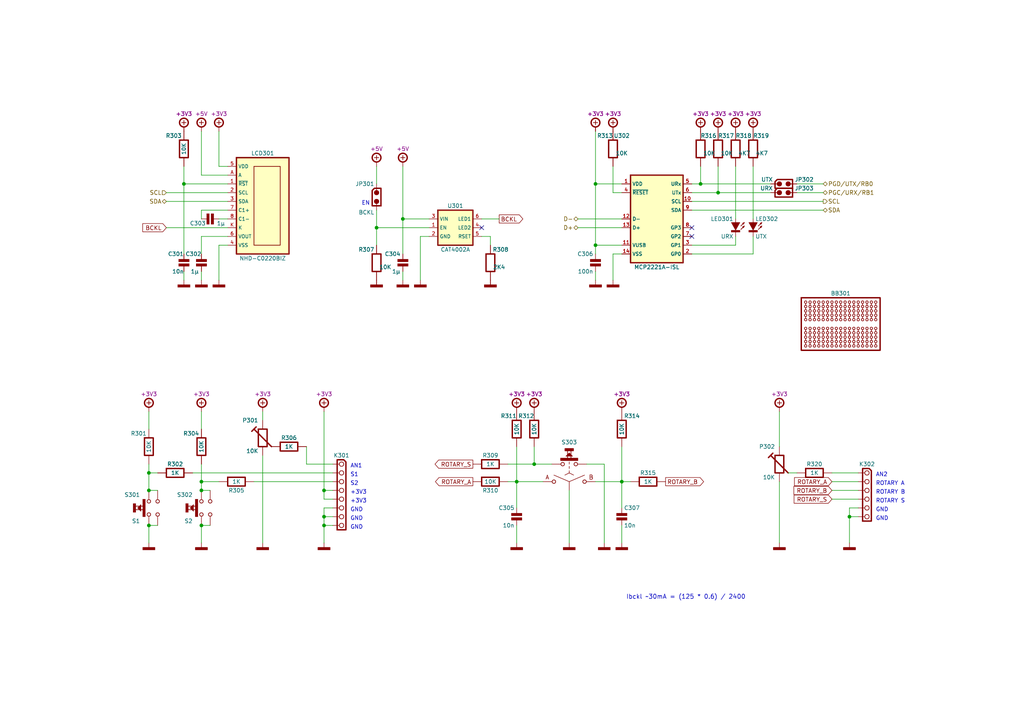
<source format=kicad_sch>
(kicad_sch (version 20211123) (generator eeschema)
  (paper "A4")
  (title_block (title "HID") (date "01/2022") (rev "A") (comment 1 "PIC16-Bit Mini Trainer"))
  (lib_symbols
    (symbol "tronixio:BOURNS-PEC12R-24DENTS-SWITCH" (pin_numbers hide) (pin_names (offset 0) hide)
      (property "Reference" "S" (at 0 13.97 0))
      (property "Value" "BOURNS-PEC12R-24DENTS-SWITCH" (at 0 11.43 0))
      (symbol "BOURNS-PEC12R-24DENTS-SWITCH_0_0"
        (text "A" (at -6.35 1.27 0) (effects (font (size 1.15 1.15))))
        (text "B" (at 6.35 1.27 0) (effects (font (size 1.27 1.27))))
      )
      (symbol "BOURNS-PEC12R-24DENTS-SWITCH_0_1"
        (pin passive line (at -7.62 0 0) (length 2.54) (name "A") (number "1"))
        (pin passive line (at 0 -2.54 90) (length 2.54) (name "~") (number "2"))
        (pin passive line (at 7.62 0 180) (length 2.54) (name "B") (number "3"))
        (pin passive line (at 5.08 5.08 180) (length 2.54) (name "~") (number "4"))
        (pin passive line (at -5.08 5.08 0) (length 2.54) (name "~") (number "5"))
      )
    )
    (symbol "tronixio:BREADBOARD-170" (pin_numbers hide) (pin_names (offset 0) hide)
      (property "Reference" "BB" (at 0 8.89 0))
    )
    (symbol "tronixio:CAPACITOR-1206-100N" (pin_numbers hide) (pin_names (offset 0) hide)
      (property "Reference" "C" (at 1.27 2.54 0))
      (property "Value" "CAPACITOR-1206-100N" (at 1.27 -2.54 0))
      (symbol "CAPACITOR-1206-100N_1_1"
        (pin passive line (at 0 2.54 270) (length 1.905) (name "~") (number "1"))
        (pin passive line (at 0 -2.54 90) (length 1.905) (name "~") (number "2"))
      )
    )
    (symbol "tronixio:CAPACITOR-1206-10N" (pin_numbers hide) (pin_names (offset 0) hide)
      (property "Reference" "C" (at 1.27 2.54 0))
      (property "Value" "CAPACITOR-1206-10N" (at 1.27 -2.54 0))
      (symbol "CAPACITOR-1206-10N_1_1"
        (pin passive line (at 0 2.54 270) (length 1.905) (name "~") (number "1"))
        (pin passive line (at 0 -2.54 90) (length 1.905) (name "~") (number "2"))
      )
    )
    (symbol "tronixio:CAPACITOR-1206-1U" (pin_numbers hide) (pin_names (offset 0) hide)
      (property "Reference" "C" (at 1.27 2.54 0))
      (property "Value" "CAPACITOR-1206-1U" (at 1.27 -2.54 0))
      (symbol "CAPACITOR-1206-1U_1_1"
        (pin passive line (at 0 2.54 270) (length 1.905) (name "~") (number "1"))
        (pin passive line (at 0 -2.54 90) (length 1.905) (name "~") (number "2"))
      )
    )
    (symbol "tronixio:CK-KSA" (pin_numbers hide) (pin_names (offset 0) hide)
      (property "Reference" "S" (at 0 8.89 0))
      (property "Value" "CK-KSA" (at 0 6.35 0))
      (symbol "CK-KSA_0_1"
        (pin passive line (at -5.08 0 0) (length 2.54) (name "1") (number "1"))
        (pin passive line (at -5.08 -2.54 0) (length 2.54) (name "2") (number "2"))
        (pin passive line (at 5.08 0 180) (length 2.54) (name "3") (number "3"))
        (pin passive line (at 5.08 -2.54 180) (length 2.54) (name "4") (number "4"))
      )
    )
    (symbol "tronixio:HARWIN-254-F-1X06-VERTICAL" (pin_numbers hide) (pin_names (offset 0) hide)
      (property "Reference" "K" (at 0 2.54 0))
      (property "Value" "HARWIN-254-F-1X06-VERTICAL" (at 0 -15.24 0))
      (symbol "HARWIN-254-F-1X06-VERTICAL_1_1"
        (pin passive line (at -2.54 0 0) (length 1.905) (name "1") (number "1"))
        (pin passive line (at -2.54 -2.54 0) (length 1.905) (name "2") (number "2"))
        (pin passive line (at -2.54 -5.08 0) (length 1.905) (name "3") (number "3"))
        (pin passive line (at -2.54 -7.62 0) (length 1.905) (name "4") (number "4"))
        (pin passive line (at -2.54 -10.16 0) (length 1.905) (name "5") (number "5"))
        (pin passive line (at -2.54 -12.7 0) (length 1.905) (name "6") (number "6"))
      )
    )
    (symbol "tronixio:HARWIN-254-F-1X08-VERTICAL" (pin_numbers hide) (pin_names (offset 0) hide)
      (property "Reference" "K" (at 0 2.54 0))
      (property "Value" "HARWIN-254-F-1X08-VERTICAL" (at 0 -20.32 0))
      (symbol "HARWIN-254-F-1X08-VERTICAL_1_1"
        (pin passive line (at -2.54 0 0) (length 1.905) (name "Pin_1") (number "1"))
        (pin passive line (at -2.54 -2.54 0) (length 1.905) (name "Pin_2") (number "2"))
        (pin passive line (at -2.54 -5.08 0) (length 1.905) (name "Pin_3") (number "3"))
        (pin passive line (at -2.54 -7.62 0) (length 1.905) (name "Pin_4") (number "4"))
        (pin passive line (at -2.54 -10.16 0) (length 1.905) (name "Pin_5") (number "5"))
        (pin passive line (at -2.54 -12.7 0) (length 1.905) (name "Pin_6") (number "6"))
        (pin passive line (at -2.54 -15.24 0) (length 1.905) (name "Pin_7") (number "7"))
        (pin passive line (at -2.54 -17.78 0) (length 1.905) (name "Pin_8") (number "8"))
      )
    )
    (symbol "tronixio:HARWIN-254-M-1X02-JUMPER-VERTICAL" (pin_numbers hide) (pin_names (offset 0) hide)
      (property "Reference" "JP" (at 2.54 0 0))
      (property "Value" "HARWIN-254-M-1X02-JUMPER-VERTICAL" (at 2.54 -2.54 0))
      (symbol "HARWIN-254-M-1X02-JUMPER-VERTICAL_1_1"
        (pin passive line (at 0 2.54 270) (length 1.905) (name "1") (number "1"))
        (pin passive line (at 0 -5.08 90) (length 1.905) (name "2") (number "2"))
      )
    )
    (symbol "tronixio:KINGBRIGHT-LED-1206-BLUE" (pin_numbers hide) (pin_names (offset 0) hide)
      (property "Reference" "LED" (at 0 -2.54 0))
      (property "Value" "KINGBRIGHT-LED-1206-BLUE" (at 0 -5.08 0))
      (symbol "KINGBRIGHT-LED-1206-BLUE_1_1"
        (pin passive line (at -2.54 0 0) (length 1.27) (name "K") (number "1"))
        (pin passive line (at 2.54 0 180) (length 1.27) (name "A") (number "2"))
      )
    )
    (symbol "tronixio:MICROCHIP-MCP2221A-ISL" (pin_names (offset 0.5))
      (property "Reference" "U" (at 10.16 3.81 0))
      (property "Value" "MICROCHIP-MCP2221A-ISL" (at 10.16 -24.13 0))
      (symbol "MICROCHIP-MCP2221A-ISL_1_1"
        (pin power_in line (at 0 0 0) (length 2.54) (name "VDD") (number "1"))
        (pin bidirectional line (at 20.32 -5.08 180) (length 2.54) (name "SCL") (number "10"))
        (pin passive line (at 0 -17.78 0) (length 2.54) (name "VUSB") (number "11"))
        (pin bidirectional line (at 0 -10.16 0) (length 2.54) (name "D-") (number "12"))
        (pin bidirectional line (at 0 -12.7 0) (length 2.54) (name "D+") (number "13"))
        (pin power_in line (at 0 -20.32 0) (length 2.54) (name "VSS") (number "14"))
        (pin bidirectional line (at 20.32 -20.32 180) (length 2.54) (name "GP0") (number "2"))
        (pin bidirectional line (at 20.32 -17.78 180) (length 2.54) (name "GP1") (number "3"))
        (pin input line (at 0 -2.54 0) (length 2.54) (name "~{RESET}") (number "4"))
        (pin input line (at 20.32 0 180) (length 2.54) (name "URx") (number "5"))
        (pin output line (at 20.32 -2.54 180) (length 2.54) (name "UTx") (number "6"))
        (pin bidirectional line (at 20.32 -15.24 180) (length 2.54) (name "GP2") (number "7"))
        (pin bidirectional line (at 20.32 -12.7 180) (length 2.54) (name "GP3") (number "8"))
        (pin bidirectional line (at 20.32 -7.62 180) (length 2.54) (name "SDA") (number "9"))
      )
    )
    (symbol "tronixio:NHD-C0220BIZ" (pin_names (offset 0.5))
      (property "Reference" "LCD" (at 10.16 3.81 0))
      (property "Value" "NHD-C0220BIZ" (at 10.16 -26.67 0))
      (symbol "NHD-C0220BIZ_1_1"
        (pin input line (at 0 -5.08 0) (length 2.54) (name "~{RST}") (number "1"))
        (pin input line (at 0 -7.62 0) (length 2.54) (name "SCL") (number "2"))
        (pin bidirectional line (at 0 -10.16 0) (length 2.54) (name "SDA") (number "3"))
        (pin power_in line (at 0 -22.86 0) (length 2.54) (name "VSS") (number "4"))
        (pin power_in line (at 0 0 0) (length 2.54) (name "VDD") (number "5"))
        (pin passive line (at 0 -20.32 0) (length 2.54) (name "VOUT") (number "6"))
        (pin passive line (at 0 -12.7 0) (length 2.54) (name "C1+") (number "7"))
        (pin passive line (at 0 -15.24 0) (length 2.54) (name "C1-") (number "8"))
        (pin passive line (at 0 -2.54 0) (length 2.54) (name "A") (number "A"))
        (pin passive line (at 0 -17.78 0) (length 2.54) (name "K") (number "K"))
      )
    )
    (symbol "tronixio:ONSEMI-CAT4002A-SOT-23" (pin_names (offset 0.5))
      (property "Reference" "U" (at 0 6.35 0))
      (property "Value" "ONSEMI-CAT4002A-SOT-23" (at 0 -6.35 0))
      (symbol "ONSEMI-CAT4002A-SOT-23_1_1"
        (pin input line (at -7.62 0 0) (length 2.54) (name "EN") (number "1"))
        (pin power_in line (at -7.62 -2.54 0) (length 2.54) (name "GND") (number "2"))
        (pin power_in line (at -7.62 2.54 0) (length 2.54) (name "VIN") (number "3"))
        (pin output line (at 7.62 0 180) (length 2.54) (name "LED2") (number "4"))
        (pin passive line (at 7.62 -2.54 180) (length 2.54) (name "RSET") (number "5"))
        (pin output line (at 7.62 2.54 180) (length 2.54) (name "LED1") (number "6"))
      )
    )
    (symbol "tronixio:PIHER-PT10MV-10K" (pin_numbers hide) (pin_names (offset 0) hide)
      (property "Reference" "P" (at 1.27 3.81 0))
      (property "Value" "PIHER-PT10MV-10K" (at 1.27 -5.08 0))
      (symbol "PIHER-PT10MV-10K_1_1"
        (pin passive line (at 0 -5.08 90) (length 2.54) (name "~") (number "1"))
        (pin passive line (at 2.54 -2.54 180) (length 0) (name "~") (number "2"))
        (pin passive line (at 0 5.08 270) (length 2.54) (name "~") (number "3"))
      )
    )
    (symbol "tronixio:POWER-+3V3" (power) (pin_numbers hide) (pin_names (offset 0) hide)
      (property "Name" "+3V3" (at 0 5.08 0))
      (symbol "POWER-+3V3_1_1"
        (pin power_in line (at 0 0 90) (length 1.27) (name "+3V3") (number "1"))
      )
    )
    (symbol "tronixio:POWER-+5V" (power) (pin_numbers hide) (pin_names (offset 0) hide)
      (property "Name" "+5V" (at 0 5.08 0))
      (symbol "POWER-+5V_1_1"
        (pin power_in line (at 0 0 90) (length 1.27) (name "+5V") (number "1"))
      )
    )
    (symbol "tronixio:POWER-GND" (power) (pin_numbers hide) (pin_names (offset 0) hide)
      (symbol "POWER-GND_1_1"
        (pin power_in line (at 0 0 270) (length 1.27) (name "GND") (number "1"))
      )
    )
    (symbol "tronixio:RESISTOR-1206-10K" (pin_numbers hide) (pin_names (offset 0) hide)
      (property "Reference" "R" (at 2.54 1.27 0))
      (property "Value" "RESISTOR-1206-10K" (at 2.54 -1.27 0))
      (symbol "RESISTOR-1206-10K_1_1"
        (pin passive line (at 0 5.08 270) (length 2.54) (name "~") (number "1"))
        (pin passive line (at 0 -5.08 90) (length 2.54) (name "~") (number "2"))
      )
    )
    (symbol "tronixio:RESISTOR-1206-1K" (pin_numbers hide) (pin_names (offset 0) hide)
      (property "Reference" "R" (at 2.54 1.27 0))
      (property "Value" "RESISTOR-1206-1K" (at 2.54 -1.27 0))
      (symbol "RESISTOR-1206-1K_1_1"
        (pin passive line (at 0 5.08 270) (length 2.54) (name "~") (number "1"))
        (pin passive line (at 0 -5.08 90) (length 2.54) (name "~") (number "2"))
      )
    )
    (symbol "tronixio:RESISTOR-1206-2K4" (pin_numbers hide) (pin_names (offset 0) hide)
      (property "Reference" "R" (at 2.54 1.27 0))
      (property "Value" "RESISTOR-1206-2K4" (at 2.54 -1.27 0))
      (symbol "RESISTOR-1206-2K4_1_1"
        (pin passive line (at 0 5.08 270) (length 2.54) (name "~") (number "1"))
        (pin passive line (at 0 -5.08 90) (length 2.54) (name "~") (number "2"))
      )
    )
    (symbol "tronixio:RESISTOR-1206-4K7" (pin_numbers hide) (pin_names (offset 0) hide)
      (property "Reference" "R" (at 2.54 1.27 0))
      (property "Value" "RESISTOR-1206-4K7" (at 2.54 -1.27 0))
      (symbol "RESISTOR-1206-4K7_1_1"
        (pin passive line (at 0 5.08 270) (length 2.54) (name "~") (number "1"))
        (pin passive line (at 0 -5.08 90) (length 2.54) (name "~") (number "2"))
      )
    )
  )
  (junction (at 149.86 139.7) (diameter 0.9144))
  (junction (at 43.18 142.24))
  (junction (at 109.22 66.04))
  (junction (at 43.18 137.16) (diameter 0.9144))
  (junction (at 93.98 152.4))
  (junction (at 58.42 152.4))
  (junction (at 172.72 71.12))
  (junction (at 93.98 142.24))
  (junction (at 172.72 53.34) (diameter 0.9144))
  (junction (at 43.18 152.4))
  (junction (at 53.34 53.34) (diameter 0.9144))
  (junction (at 246.38 149.86) (diameter 0.9144))
  (junction (at 203.2 53.34))
  (junction (at 93.98 149.86))
  (junction (at 154.94 134.62) (diameter 0.9144))
  (junction (at 58.42 142.24))
  (junction (at 208.28 55.88))
  (junction (at 58.42 139.7) (diameter 0.9144))
  (junction (at 180.34 139.7) (diameter 0.9144))
  (junction (at 116.84 63.5))
  (no_connect (at 200.66 68.58))
  (no_connect (at 139.7 66.04))
  (no_connect (at 200.66 66.04))
  (wire (pts (xy 43.18 119.38) (xy 43.18 124.46)))
  (wire (pts (xy 43.18 152.4) (xy 43.18 157.48)))
  (wire (pts (xy 200.66 55.88) (xy 208.28 55.88)))
  (wire (pts (xy 208.28 55.88) (xy 223.52 55.88)))
  (wire (pts (xy 170.18 134.62) (xy 175.26 134.62)))
  (wire (pts (xy 175.26 134.62) (xy 175.26 157.48)))
  (wire (pts (xy 167.64 66.04) (xy 180.34 66.04)))
  (wire (pts (xy 177.8 55.88) (xy 177.8 48.26)))
  (wire (pts (xy 93.98 147.32) (xy 96.52 147.32)))
  (wire (pts (xy 58.42 119.38) (xy 58.42 124.46)))
  (wire (pts (xy 231.14 53.34) (xy 238.76 53.34)))
  (wire (pts (xy 58.42 78.74) (xy 58.42 81.28)))
  (wire (pts (xy 177.8 73.66) (xy 177.8 81.28)))
  (wire (pts (xy 58.42 60.96) (xy 58.42 63.5)))
  (wire (pts (xy 48.26 55.88) (xy 66.04 55.88)))
  (wire (pts (xy 121.92 68.58) (xy 121.92 81.28)))
  (wire (pts (xy 124.46 68.58) (xy 121.92 68.58)))
  (wire (pts (xy 203.2 48.26) (xy 203.2 53.34)))
  (wire (pts (xy 58.42 152.4) (xy 60.96 152.4)))
  (wire (pts (xy 96.52 134.62) (xy 88.9 134.62)))
  (wire (pts (xy 76.2 119.38) (xy 76.2 121.92)))
  (wire (pts (xy 147.32 139.7) (xy 149.86 139.7)))
  (wire (pts (xy 149.86 139.7) (xy 149.86 129.54)))
  (wire (pts (xy 241.3 144.78) (xy 248.92 144.78)))
  (wire (pts (xy 109.22 66.04) (xy 109.22 60.96)))
  (wire (pts (xy 124.46 66.04) (xy 109.22 66.04)))
  (wire (pts (xy 58.42 68.58) (xy 58.42 73.66)))
  (wire (pts (xy 58.42 68.58) (xy 66.04 68.58)))
  (wire (pts (xy 109.22 66.04) (xy 109.22 71.12)))
  (wire (pts (xy 43.18 134.62) (xy 43.18 137.16)))
  (wire (pts (xy 43.18 137.16) (xy 43.18 142.24)))
  (wire (pts (xy 139.7 68.58) (xy 142.24 68.58)))
  (wire (pts (xy 142.24 68.58) (xy 142.24 71.12)))
  (wire (pts (xy 200.66 73.66) (xy 218.44 73.66)))
  (wire (pts (xy 218.44 73.66) (xy 218.44 68.58)))
  (wire (pts (xy 200.66 60.96) (xy 238.76 60.96)))
  (wire (pts (xy 154.94 129.54) (xy 154.94 134.62)))
  (wire (pts (xy 246.38 149.86) (xy 248.92 149.86)))
  (wire (pts (xy 116.84 63.5) (xy 124.46 63.5)))
  (wire (pts (xy 93.98 149.86) (xy 96.52 149.86)))
  (wire (pts (xy 58.42 50.8) (xy 58.42 38.1)))
  (wire (pts (xy 177.8 73.66) (xy 180.34 73.66)))
  (wire (pts (xy 43.18 152.4) (xy 45.72 152.4)))
  (wire (pts (xy 53.34 48.26) (xy 53.34 53.34)))
  (wire (pts (xy 172.72 71.12) (xy 180.34 71.12)))
  (wire (pts (xy 93.98 147.32) (xy 93.98 149.86)))
  (wire (pts (xy 93.98 149.86) (xy 93.98 152.4)))
  (wire (pts (xy 93.98 152.4) (xy 93.98 157.48)))
  (wire (pts (xy 180.34 152.4) (xy 180.34 157.48)))
  (wire (pts (xy 149.86 139.7) (xy 149.86 147.32)))
  (wire (pts (xy 109.22 53.34) (xy 109.22 48.26)))
  (wire (pts (xy 88.9 129.54) (xy 88.9 134.62)))
  (wire (pts (xy 43.18 142.24) (xy 45.72 142.24)))
  (wire (pts (xy 149.86 152.4) (xy 149.86 157.48)))
  (wire (pts (xy 180.34 139.7) (xy 182.88 139.7)))
  (wire (pts (xy 58.42 134.62) (xy 58.42 139.7)))
  (wire (pts (xy 58.42 139.7) (xy 58.42 142.24)))
  (wire (pts (xy 63.5 71.12) (xy 63.5 81.28)))
  (wire (pts (xy 66.04 71.12) (xy 63.5 71.12)))
  (wire (pts (xy 73.66 139.7) (xy 96.52 139.7)))
  (wire (pts (xy 200.66 53.34) (xy 203.2 53.34)))
  (wire (pts (xy 203.2 53.34) (xy 223.52 53.34)))
  (wire (pts (xy 180.34 129.54) (xy 180.34 139.7)))
  (wire (pts (xy 180.34 139.7) (xy 180.34 147.32)))
  (wire (pts (xy 93.98 144.78) (xy 96.52 144.78)))
  (wire (pts (xy 58.42 152.4) (xy 58.42 157.48)))
  (wire (pts (xy 172.72 38.1) (xy 172.72 53.34)))
  (wire (pts (xy 218.44 63.5) (xy 218.44 48.26)))
  (wire (pts (xy 58.42 60.96) (xy 66.04 60.96)))
  (wire (pts (xy 167.64 63.5) (xy 180.34 63.5)))
  (wire (pts (xy 165.1 142.24) (xy 165.1 157.48)))
  (wire (pts (xy 93.98 152.4) (xy 96.52 152.4)))
  (wire (pts (xy 226.06 119.38) (xy 226.06 129.54)))
  (wire (pts (xy 172.72 78.74) (xy 172.72 81.28)))
  (wire (pts (xy 213.36 63.5) (xy 213.36 48.26)))
  (wire (pts (xy 172.72 139.7) (xy 180.34 139.7)))
  (wire (pts (xy 48.26 66.04) (xy 66.04 66.04)))
  (wire (pts (xy 93.98 142.24) (xy 96.52 142.24)))
  (wire (pts (xy 241.3 137.16) (xy 248.92 137.16)))
  (wire (pts (xy 76.2 132.08) (xy 76.2 157.48)))
  (wire (pts (xy 55.88 137.16) (xy 96.52 137.16)))
  (wire (pts (xy 116.84 78.74) (xy 116.84 81.28)))
  (wire (pts (xy 93.98 119.38) (xy 93.98 142.24)))
  (wire (pts (xy 93.98 142.24) (xy 93.98 144.78)))
  (wire (pts (xy 241.3 142.24) (xy 248.92 142.24)))
  (wire (pts (xy 58.42 139.7) (xy 63.5 139.7)))
  (wire (pts (xy 53.34 53.34) (xy 53.34 73.66)))
  (wire (pts (xy 48.26 58.42) (xy 66.04 58.42)))
  (wire (pts (xy 149.86 139.7) (xy 157.48 139.7)))
  (wire (pts (xy 177.8 55.88) (xy 180.34 55.88)))
  (wire (pts (xy 43.18 137.16) (xy 45.72 137.16)))
  (wire (pts (xy 53.34 53.34) (xy 66.04 53.34)))
  (wire (pts (xy 200.66 71.12) (xy 213.36 71.12)))
  (wire (pts (xy 213.36 71.12) (xy 213.36 68.58)))
  (wire (pts (xy 63.5 48.26) (xy 63.5 38.1)))
  (wire (pts (xy 66.04 48.26) (xy 63.5 48.26)))
  (wire (pts (xy 200.66 58.42) (xy 238.76 58.42)))
  (wire (pts (xy 172.72 53.34) (xy 172.72 71.12)))
  (wire (pts (xy 172.72 71.12) (xy 172.72 73.66)))
  (wire (pts (xy 53.34 78.74) (xy 53.34 81.28)))
  (wire (pts (xy 208.28 48.26) (xy 208.28 55.88)))
  (wire (pts (xy 172.72 53.34) (xy 180.34 53.34)))
  (wire (pts (xy 226.06 139.7) (xy 226.06 157.48)))
  (wire (pts (xy 241.3 139.7) (xy 248.92 139.7)))
  (wire (pts (xy 147.32 134.62) (xy 154.94 134.62)))
  (wire (pts (xy 154.94 134.62) (xy 160.02 134.62)))
  (wire (pts (xy 231.14 55.88) (xy 238.76 55.88)))
  (wire (pts (xy 228.6 137.16) (xy 231.14 137.16)))
  (wire (pts (xy 139.7 63.5) (xy 144.78 63.5)))
  (wire (pts (xy 116.84 48.26) (xy 116.84 63.5)))
  (wire (pts (xy 116.84 63.5) (xy 116.84 73.66)))
  (wire (pts (xy 58.42 142.24) (xy 60.96 142.24)))
  (wire (pts (xy 63.5 63.5) (xy 66.04 63.5)))
  (wire (pts (xy 58.42 50.8) (xy 66.04 50.8)))
  (wire (pts (xy 246.38 147.32) (xy 246.38 149.86)))
  (wire (pts (xy 246.38 149.86) (xy 246.38 157.48)))
  (wire (pts (xy 248.92 147.32) (xy 246.38 147.32)))
  (text "AN1" (at 101.6 135.89 0) (effects (font (size 1.15 1.15)) (justify left bottom)))
  (text "GND" (at 101.6 148.59 0) (effects (font (size 1.15 1.15)) (justify left bottom)))
  (text "GND" (at 254 148.59 0) (effects (font (size 1.15 1.15)) (justify left bottom)))
  (text "ROTARY A" (at 254 140.97 0) (effects (font (size 1.15 1.15)) (justify left bottom)))
  (text "GND" (at 101.6 153.67 0) (effects (font (size 1.15 1.15)) (justify left bottom)))
  (text "ROTARY B" (at 254 143.51 0) (effects (font (size 1.15 1.15)) (justify left bottom)))
  (text "AN2" (at 254 138.43 0) (effects (font (size 1.15 1.15)) (justify left bottom)))
  (text "+3V3" (at 101.6 146.05 0) (effects (font (size 1.15 1.15)) (justify left bottom)))
  (text "S2" (at 101.6 140.97 0) (effects (font (size 1.15 1.15)) (justify left bottom)))
  (text "S1" (at 101.6 138.43 0) (effects (font (size 1.15 1.15)) (justify left bottom)))
  (text "GND" (at 101.6 151.13 0) (effects (font (size 1.15 1.15)) (justify left bottom)))
  (text "GND" (at 254 151.13 0) (effects (font (size 1.15 1.15)) (justify left bottom)))
  (text "EN" (at 107.315 59.69 180) (effects (font (size 1.15 1.15)) (justify right bottom)))
  (text "ROTARY S" (at 254 146.05 0) (effects (font (size 1.15 1.15)) (justify left bottom)))
  (text "+3V3" (at 101.6 143.51 0) (effects (font (size 1.15 1.15)) (justify left bottom)))
  (text "Ibckl ~30mA = (125 * 0.6) / 2400" (at 181.61 173.99 0) (effects (font (size 1.27 1.27)) (justify left bottom)))
  (global_label "BCKL" (shape output) (at 144.78 63.5 0) (effects (font (size 1.2 1.2))) (property "Intersheet References" "${INTERSHEET_REFS}" (effects hide)))
  (global_label "ROTARY_S" (shape input) (at 241.3 144.78 180) (effects (font (size 1.2 1.2))) (property "Intersheet References" "${INTERSHEET_REFS}" (effects hide)))
  (global_label "ROTARY_B" (shape input) (at 241.3 142.24 180) (effects (font (size 1.2 1.2))) (property "Intersheet References" "${INTERSHEET_REFS}" (effects hide)))
  (global_label "ROTARY_A" (shape output) (at 137.16 139.7 180) (effects (font (size 1.2 1.2))) (property "Intersheet References" "${INTERSHEET_REFS}" (effects hide)))
  (global_label "ROTARY_B" (shape output) (at 193.04 139.7 0) (effects (font (size 1.2 1.2))) (property "Intersheet References" "${INTERSHEET_REFS}" (effects hide)))
  (global_label "BCKL" (shape input) (at 48.26 66.04 180) (effects (font (size 1.2 1.2))) (property "Intersheet References" "${INTERSHEET_REFS}" (effects hide)))
  (global_label "ROTARY_A" (shape input) (at 241.3 139.7 180) (effects (font (size 1.2 1.2))) (property "Intersheet References" "${INTERSHEET_REFS}" (effects hide)))
  (global_label "ROTARY_S" (shape output) (at 137.16 134.62 180) (effects (font (size 1.2 1.2))) (property "Intersheet References" "${INTERSHEET_REFS}" (effects hide)))
  (hierarchical_label "SDA" (shape bidirectional) (at 238.76 60.96 0) (effects (font (size 1.2 1.2))))
  (hierarchical_label "SCL" (shape input) (at 48.26 55.88 180) (effects (font (size 1.2 1.2))))
  (hierarchical_label "PGD{slash}UTX{slash}RB0" (shape bidirectional) (at 238.76 53.34 0) (effects (font (size 1.2 1.2))))
  (hierarchical_label "SDA" (shape bidirectional) (at 48.26 58.42 180) (effects (font (size 1.2 1.2))))
  (hierarchical_label "D+" (shape bidirectional) (at 167.64 66.04 180) (effects (font (size 1.2 1.2))))
  (hierarchical_label "SCL" (shape output) (at 238.76 58.42 0) (effects (font (size 1.2 1.2))))
  (hierarchical_label "D-" (shape bidirectional) (at 167.64 63.5 180) (effects (font (size 1.2 1.2))))
  (hierarchical_label "PGC{slash}URX{slash}RB1" (shape bidirectional) (at 238.76 55.88 0) (effects (font (size 1.2 1.2))))
  (symbol (lib_id "tronixio:POWER-GND") (at 121.92 81.28 0) (unit 1)
    (property "Reference" "#PWR0162" (effects hide))
    (property "Value" "POWER-GND" (effects hide))
  )
  (symbol (lib_id "tronixio:CAPACITOR-1206-10N") (at 180.34 149.86 0) (unit 1)
    (property "Reference" "C307" (at 180.975 147.32 0) (effects (font (size 1.15 1.15)) (justify left)))
    (property "Value" "10n" (at 180.975 152.4 0) (effects (font (size 1.15 1.15)) (justify left)))
    (property "Footprint" "tronixio:CAPACITOR-1206" (effects hide))
    (property "Datasheet" "https://content.kemet.com/datasheets/KEM_C1090_X7R_ESD.pdf" (effects hide))
    (property "Voltage" "50V" (effects hide))
    (property "Tolerance" "20%" (effects hide))
    (property "Mouser" "80-C1206C103M5R" (effects hide))
    (property "Name" "CAPACITOR-1206-10N" (effects hide))
  )
  (symbol (lib_id "tronixio:POWER-+3V3") (at 149.86 119.38 0) (unit 1)
    (property "Reference" "#PWR0133" (effects hide))
    (property "Value" "POWER-+3V3" (effects hide))
    (property "Name" "+3V3" (at 149.86 114.3 0) (effects (font (size 1.15 1.15))))
  )
  (symbol (lib_id "tronixio:RESISTOR-1206-1K") (at 83.82 129.54 90) (unit 1)
    (property "Reference" "R306" (at 83.82 127 90) (effects (font (size 1.15 1.15))))
    (property "Value" "1K" (at 83.82 129.54 90) (effects (font (size 1.15 1.15))))
    (property "Footprint" "tronixio:RESISTOR-1206" (effects hide))
    (property "Datasheet" "https://www.koaspeer.com/pdfs/RK73B.pdf" (effects hide))
    (property "Tolerance" "5%" (effects hide))
    (property "Mouser" "660-RK73B2BTTDD102J" (effects hide))
    (property "Name" "RESISTOR-1206-1K" (effects hide))
  )
  (symbol (lib_id "tronixio:HARWIN-254-M-1X02-JUMPER-VERTICAL") (at 226.06 55.88 90) (unit 1)
    (property "Reference" "JP303" (at 230.505 54.61 90) (effects (font (size 1.15 1.15)) (justify right)))
    (property "Value" "URX" (at 224.155 54.61 90) (effects (font (size 1.15 1.15)) (justify left)))
    (property "Footprint" "tronixio:HARWIN-M20-999024x" (effects hide))
    (property "Datasheet" "https://www.harwin.com/products/M20-9990846/" (effects hide))
    (property "Mouser" "855-M20-999024" (effects hide))
    (property "Name" "HARWIN-254-M-1X02-JUMPER-VERTICAL" (effects hide))
  )
  (symbol (lib_id "tronixio:POWER-+3V3") (at 172.72 38.1 0) (unit 1)
    (property "Reference" "#PWR0148" (effects hide))
    (property "Value" "POWER-+3V3" (effects hide))
    (property "Name" "+3V3" (at 172.72 33.02 0) (effects (font (size 1.15 1.15))))
  )
  (symbol (lib_id "tronixio:POWER-GND") (at 109.22 81.28 0) (unit 1)
    (property "Reference" "#PWR0161" (effects hide))
    (property "Value" "POWER-GND" (effects hide))
  )
  (symbol (lib_id "tronixio:POWER-GND") (at 116.84 81.28 0) (unit 1)
    (property "Reference" "#PWR0160" (effects hide))
    (property "Value" "POWER-GND" (effects hide))
  )
  (symbol (lib_id "tronixio:BOURNS-PEC12R-24DENTS-SWITCH") (at 165.1 139.7 0) (unit 1)
    (property "Reference" "S303" (at 165.1 128.27 0) (effects (font (size 1.15 1.15))))
    (property "Value" "BOURNS-PEC12R-24DENTS-SWITCH" (effects hide))
    (property "Footprint" "tronixio:BOURNS-PEC12R-SWITCH" (effects hide))
    (property "Datasheet" "http://www.bourns.com/products/encoders/contacting-encoders/product/PEC12R" (effects hide))
    (property "Mouser" "652-PEC12R-4215F-S24" (effects hide))
    (property "Name" "BOURNS-PEC12R-24DENTS-SWITCH" (effects hide))
  )
  (symbol (lib_id "tronixio:CAPACITOR-1206-1U") (at 116.84 76.2 0) (unit 1)
    (property "Reference" "C304" (at 116.205 73.66 0) (effects (font (size 1.15 1.15)) (justify right)))
    (property "Value" "1µ" (at 116.205 78.74 0) (effects (font (size 1.15 1.15)) (justify right)))
    (property "Footprint" "tronixio:CAPACITOR-1206" (effects hide))
    (property "Datasheet" "https://content.kemet.com/datasheets/KEM_C1090_X7R_ESD.pdf" (effects hide))
    (property "Voltage" "50V" (effects hide))
    (property "Tolerance" "20%" (effects hide))
    (property "Mouser" "C1206C105M5RACTU" (effects hide))
    (property "Name" "CAPACITOR-1206-1U" (effects hide))
  )
  (symbol (lib_id "tronixio:POWER-GND") (at 175.26 157.48 0) (unit 1)
    (property "Reference" "#PWR0136" (effects hide))
    (property "Value" "POWER-GND" (effects hide))
  )
  (symbol (lib_id "tronixio:POWER-+3V3") (at 43.18 119.38 0) (unit 1)
    (property "Reference" "#PWR0145" (effects hide))
    (property "Value" "POWER-+3V3" (effects hide))
    (property "Name" "+3V3" (at 43.18 114.3 0) (effects (font (size 1.15 1.15))))
  )
  (symbol (lib_id "tronixio:POWER-+3V3") (at 53.34 38.1 0) (unit 1)
    (property "Reference" "#PWR0127" (effects hide))
    (property "Value" "POWER-+3V3" (effects hide))
    (property "Name" "+3V3" (at 53.34 33.02 0) (effects (font (size 1.15 1.15))))
  )
  (symbol (lib_id "tronixio:POWER-+5V") (at 116.84 48.26 0) (unit 1)
    (property "Reference" "#PWR0157" (effects hide))
    (property "Value" "POWER-+5V" (effects hide))
    (property "Name" "+5V" (at 116.84 43.18 0) (effects (font (size 1.15 1.15))))
  )
  (symbol (lib_id "tronixio:PIHER-PT10MV-10K") (at 226.06 134.62 0) (unit 1)
    (property "Reference" "P302" (at 224.79 129.54 0) (effects (font (size 1.15 1.15)) (justify right)))
    (property "Value" "10K" (at 224.79 138.43 0) (effects (font (size 1.15 1.15)) (justify right)))
    (property "Footprint" "tronixio:PIHER-PT10MV" (effects hide))
    (property "Datasheet" "https://www.piher.net/pdf/12-PT10v03.pdf" (effects hide))
    (property "Name" "PIHER-PT10MV-10K" (effects hide))
    (property "Mouser" "531-PT10MV-10K" (effects hide))
    (property "Tolerance" "20%" (effects hide))
  )
  (symbol (lib_id "tronixio:ONSEMI-CAT4002A-SOT-23") (at 132.08 66.04 0) (unit 1)
    (property "Reference" "U301" (at 132.08 59.69 0) (effects (font (size 1.15 1.15))))
    (property "Value" "CAT4002A" (at 132.08 72.39 0) (effects (font (size 1.15 1.15))))
    (property "Footprint" "tronixio:SOT-23-6" (effects hide))
    (property "Datasheet" "https://www.onsemi.com/pdf/datasheet/cat4002a-d.pdf" (effects hide))
    (property "Name" "ONSEMI-CAT4002A-SOT-23" (effects hide))
    (property "Mouser" "863-CAT4002ATD-GT3" (effects hide))
  )
  (symbol (lib_id "tronixio:POWER-GND") (at 76.2 157.48 0) (unit 1)
    (property "Reference" "#PWR0143" (effects hide))
    (property "Value" "POWER-GND" (effects hide))
  )
  (symbol (lib_id "tronixio:BREADBOARD-170") (at 243.84 93.98 0) (unit 1)
    (property "Reference" "BB301" (at 243.84 85.09 0) (effects (font (size 1.15 1.15))))
    (property "Value" "BREADBOARD-170" (effects hide))
    (property "Footprint" "tronixio:BREADBOARD-170" (effects hide))
    (property "Datasheet" "http://www.busboard.com/BB170" (effects hide))
    (property "Mouser" "854-BB170" (effects hide))
  )
  (symbol (lib_id "tronixio:POWER-GND") (at 177.8 81.28 0) (unit 1)
    (property "Reference" "#PWR0146" (effects hide))
    (property "Value" "POWER-GND" (effects hide))
  )
  (symbol (lib_id "tronixio:POWER-+3V3") (at 154.94 119.38 0) (unit 1)
    (property "Reference" "#PWR0132" (effects hide))
    (property "Value" "POWER-+3V3" (effects hide))
    (property "Name" "+3V3" (at 154.94 114.3 0) (effects (font (size 1.15 1.15))))
  )
  (symbol (lib_id "tronixio:POWER-GND") (at 58.42 81.28 0) (unit 1)
    (property "Reference" "#PWR0130" (effects hide))
    (property "Value" "POWER-GND" (effects hide))
  )
  (symbol (lib_id "tronixio:RESISTOR-1206-10K") (at 177.8 43.18 0) (unit 1)
    (property "Reference" "R313" (at 177.8 39.37 0) (effects (font (size 1.15 1.15)) (justify right)))
    (property "Value" "10K" (at 180.34 44.45 0) (effects (font (size 1.15 1.15))))
    (property "Footprint" "tronixio:RESISTOR-1206" (effects hide))
    (property "Datasheet" "https://www.koaspeer.com/pdfs/RK73B.pdf" (effects hide))
    (property "Tolerance" "5%" (effects hide))
    (property "Mouser" "660-RK73B2BTTDD103J" (effects hide))
    (property "Name" "RESISTOR-1206-10K" (effects hide))
  )
  (symbol (lib_id "tronixio:RESISTOR-1206-10K") (at 109.22 76.2 0) (unit 1)
    (property "Reference" "R307" (at 108.585 72.39 0) (effects (font (size 1.15 1.15)) (justify right)))
    (property "Value" "10K" (at 111.76 77.47 0) (effects (font (size 1.15 1.15))))
    (property "Footprint" "tronixio:RESISTOR-1206" (effects hide))
    (property "Datasheet" "https://www.koaspeer.com/pdfs/RK73B.pdf" (effects hide))
    (property "Tolerance" "5%" (effects hide))
    (property "Mouser" "660-RK73B2BTTDD103J" (effects hide))
    (property "Name" "RESISTOR-1206-10K" (effects hide))
  )
  (symbol (lib_id "tronixio:RESISTOR-1206-10K") (at 149.86 124.46 0) (unit 1)
    (property "Reference" "R311" (at 149.86 120.65 0) (effects (font (size 1.15 1.15)) (justify right)))
    (property "Value" "10K" (at 149.86 124.46 90) (effects (font (size 1.15 1.15))))
    (property "Footprint" "tronixio:RESISTOR-1206" (effects hide))
    (property "Datasheet" "https://www.koaspeer.com/pdfs/RK73B.pdf" (effects hide))
    (property "Tolerance" "5%" (effects hide))
    (property "Mouser" "660-RK73B2BTTDD103J" (effects hide))
    (property "Name" "RESISTOR-1206-10K" (effects hide))
  )
  (symbol (lib_id "tronixio:RESISTOR-1206-1K") (at 236.22 137.16 90) (unit 1)
    (property "Reference" "R320" (at 236.22 134.62 90) (effects (font (size 1.15 1.15))))
    (property "Value" "1K" (at 236.22 137.16 90) (effects (font (size 1.15 1.15))))
    (property "Footprint" "tronixio:RESISTOR-1206" (effects hide))
    (property "Datasheet" "https://www.koaspeer.com/pdfs/RK73B.pdf" (effects hide))
    (property "Tolerance" "5%" (effects hide))
    (property "Mouser" "660-RK73B2BTTDD102J" (effects hide))
    (property "Name" "RESISTOR-1206-1K" (effects hide))
  )
  (symbol (lib_id "tronixio:HARWIN-254-F-1X06-VERTICAL") (at 251.46 137.16 0) (unit 1)
    (property "Reference" "K302" (at 251.46 134.62 0) (effects (font (size 1.15 1.15))))
    (property "Value" "HARWIN-254-F-1X06-VERTICAL" (effects hide))
    (property "Footprint" "tronixio:HARWIN-M20-782064x" (effects hide))
    (property "Datasheet" "https://www.harwin.com/products/M20-7820646/" (effects hide))
    (property "Mouser" "855-M20-782064" (effects hide))
    (property "Name" "HARWIN-254-F-1X06-VERTICAL" (effects hide))
  )
  (symbol (lib_id "tronixio:CK-KSA") (at 43.18 147.32 90) (unit 1)
    (property "Reference" "S301" (at 40.64 143.51 90) (effects (font (size 1.15 1.15)) (justify left)))
    (property "Value" "S1" (at 40.64 151.13 90) (effects (font (size 1.15 1.15)) (justify left)))
    (property "Footprint" "tronixio:CK-KSA-TH" (effects hide))
    (property "Datasheet" "http://www.ckswitches.com/products/switches/product-details/Tactile/KSA/" (effects hide))
    (property "Mouser" "611-KSA0M911LFT" (effects hide))
    (property "Name" "CK-KSA" (effects hide))
  )
  (symbol (lib_id "tronixio:POWER-GND") (at 165.1 157.48 0) (unit 1)
    (property "Reference" "#PWR0134" (effects hide))
    (property "Value" "POWER-GND" (effects hide))
  )
  (symbol (lib_id "tronixio:POWER-+3V3") (at 76.2 119.38 0) (unit 1)
    (property "Reference" "#PWR0139" (effects hide))
    (property "Value" "POWER-+3V3" (effects hide))
    (property "Name" "+3V3" (at 76.2 114.3 0) (effects (font (size 1.15 1.15))))
  )
  (symbol (lib_id "tronixio:HARWIN-254-M-1X02-JUMPER-VERTICAL") (at 226.06 53.34 90) (unit 1)
    (property "Reference" "JP302" (at 230.505 52.07 90) (effects (font (size 1.15 1.15)) (justify right)))
    (property "Value" "UTX" (at 224.155 52.07 90) (effects (font (size 1.15 1.15)) (justify left)))
    (property "Footprint" "tronixio:HARWIN-M20-999024x" (effects hide))
    (property "Datasheet" "https://www.harwin.com/products/M20-9990846/" (effects hide))
    (property "Mouser" "855-M20-999024" (effects hide))
    (property "Name" "HARWIN-254-M-1X02-JUMPER-VERTICAL" (effects hide))
  )
  (symbol (lib_id "tronixio:POWER-+5V") (at 109.22 48.26 0) (unit 1)
    (property "Reference" "#PWR0158" (effects hide))
    (property "Value" "POWER-+5V" (effects hide))
    (property "Name" "+5V" (at 109.22 43.18 0) (effects (font (size 1.15 1.15))))
  )
  (symbol (lib_id "tronixio:CAPACITOR-1206-1U") (at 60.96 63.5 90) (unit 1)
    (property "Reference" "C303" (at 59.69 64.77 90) (effects (font (size 1.15 1.15)) (justify left)))
    (property "Value" "1µ" (at 62.865 64.77 90) (effects (font (size 1.15 1.15)) (justify right)))
    (property "Footprint" "tronixio:CAPACITOR-1206" (effects hide))
    (property "Datasheet" "https://content.kemet.com/datasheets/KEM_C1090_X7R_ESD.pdf" (effects hide))
    (property "Voltage" "50V" (effects hide))
    (property "Tolerance" "20%" (effects hide))
    (property "Mouser" "C1206C105M5RACTU" (effects hide))
    (property "Name" "CAPACITOR-1206-1U" (effects hide))
  )
  (symbol (lib_id "tronixio:RESISTOR-1206-10K") (at 180.34 124.46 0) (unit 1)
    (property "Reference" "R314" (at 180.975 120.65 0) (effects (font (size 1.15 1.15)) (justify left)))
    (property "Value" "10K" (at 180.34 124.46 90) (effects (font (size 1.15 1.15))))
    (property "Footprint" "tronixio:RESISTOR-1206" (effects hide))
    (property "Datasheet" "https://www.koaspeer.com/pdfs/RK73B.pdf" (effects hide))
    (property "Tolerance" "5%" (effects hide))
    (property "Mouser" "660-RK73B2BTTDD103J" (effects hide))
    (property "Name" "RESISTOR-1206-10K" (effects hide))
  )
  (symbol (lib_id "tronixio:CAPACITOR-1206-10N") (at 149.86 149.86 0) (unit 1)
    (property "Reference" "C305" (at 149.225 147.32 0) (effects (font (size 1.15 1.15)) (justify right)))
    (property "Value" "10n" (at 149.225 152.4 0) (effects (font (size 1.15 1.15)) (justify right)))
    (property "Footprint" "tronixio:CAPACITOR-1206" (effects hide))
    (property "Datasheet" "https://content.kemet.com/datasheets/KEM_C1090_X7R_ESD.pdf" (effects hide))
    (property "Voltage" "50V" (effects hide))
    (property "Tolerance" "20%" (effects hide))
    (property "Mouser" "80-C1206C103M5R" (effects hide))
    (property "Name" "CAPACITOR-1206-10N" (effects hide))
  )
  (symbol (lib_id "tronixio:POWER-GND") (at 58.42 157.48 0) (unit 1)
    (property "Reference" "#PWR0141" (effects hide))
    (property "Value" "POWER-GND" (effects hide))
  )
  (symbol (lib_id "tronixio:RESISTOR-1206-1K") (at 50.8 137.16 90) (unit 1)
    (property "Reference" "R302" (at 50.8 134.62 90) (effects (font (size 1.15 1.15))))
    (property "Value" "1K" (at 50.8 137.16 90) (effects (font (size 1.15 1.15))))
    (property "Footprint" "tronixio:RESISTOR-1206" (effects hide))
    (property "Datasheet" "https://www.koaspeer.com/pdfs/RK73B.pdf" (effects hide))
    (property "Tolerance" "5%" (effects hide))
    (property "Mouser" "660-RK73B2BTTDD102J" (effects hide))
    (property "Name" "RESISTOR-1206-1K" (effects hide))
  )
  (symbol (lib_id "tronixio:RESISTOR-1206-10K") (at 43.18 129.54 0) (unit 1)
    (property "Reference" "R301" (at 42.545 125.73 0) (effects (font (size 1.15 1.15)) (justify right)))
    (property "Value" "10K" (at 43.18 129.54 90) (effects (font (size 1.15 1.15))))
    (property "Footprint" "tronixio:RESISTOR-1206" (effects hide))
    (property "Datasheet" "https://www.koaspeer.com/pdfs/RK73B.pdf" (effects hide))
    (property "Tolerance" "5%" (effects hide))
    (property "Mouser" "660-RK73B2BTTDD103J" (effects hide))
    (property "Name" "RESISTOR-1206-10K" (effects hide))
  )
  (symbol (lib_id "tronixio:POWER-+3V3") (at 226.06 119.38 0) (unit 1)
    (property "Reference" "#PWR0154" (effects hide))
    (property "Value" "POWER-+3V3" (effects hide))
    (property "Name" "+3V3" (at 226.06 114.3 0) (effects (font (size 1.15 1.15))))
  )
  (symbol (lib_id "tronixio:RESISTOR-1206-10K") (at 154.94 124.46 0) (unit 1)
    (property "Reference" "R312" (at 154.94 120.65 0) (effects (font (size 1.15 1.15)) (justify right)))
    (property "Value" "10K" (at 154.94 124.46 90) (effects (font (size 1.15 1.15))))
    (property "Footprint" "tronixio:RESISTOR-1206" (effects hide))
    (property "Datasheet" "https://www.koaspeer.com/pdfs/RK73B.pdf" (effects hide))
    (property "Tolerance" "5%" (effects hide))
    (property "Mouser" "660-RK73B2BTTDD103J" (effects hide))
    (property "Name" "RESISTOR-1206-10K" (effects hide))
  )
  (symbol (lib_id "tronixio:POWER-+3V3") (at 203.2 38.1 0) (unit 1)
    (property "Reference" "#PWR0150" (effects hide))
    (property "Value" "POWER-+3V3" (effects hide))
    (property "Name" "+3V3" (at 203.2 33.02 0) (effects (font (size 1.15 1.15))))
  )
  (symbol (lib_id "tronixio:RESISTOR-1206-1K") (at 68.58 139.7 90) (unit 1)
    (property "Reference" "R305" (at 68.58 142.24 90) (effects (font (size 1.15 1.15))))
    (property "Value" "1K" (at 68.58 139.7 90) (effects (font (size 1.15 1.15))))
    (property "Footprint" "tronixio:RESISTOR-1206" (effects hide))
    (property "Datasheet" "https://www.koaspeer.com/pdfs/RK73B.pdf" (effects hide))
    (property "Tolerance" "5%" (effects hide))
    (property "Mouser" "660-RK73B2BTTDD102J" (effects hide))
    (property "Name" "RESISTOR-1206-1K" (effects hide))
  )
  (symbol (lib_id "tronixio:KINGBRIGHT-LED-1206-BLUE") (at 218.44 66.04 270) (mirror x) (unit 1)
    (property "Reference" "LED302" (at 219.075 63.5 90) (effects (font (size 1.15 1.15)) (justify left)))
    (property "Value" "UTX" (at 219.075 68.58 90) (effects (font (size 1.15 1.15)) (justify left)))
    (property "Footprint" "tronixio:LED-1206" (effects hide))
    (property "Datasheet" "http://www.kingbrightusa.com/images/catalog/SPEC/APT3216LVBC-D.pdf" (effects hide))
    (property "Mouser" "604-APT3216LVBCD" (effects hide))
    (property "Name" "KINGBRIGHT-LED-1206-BLUE" (effects hide))
  )
  (symbol (lib_id "tronixio:POWER-+3V3") (at 93.98 119.38 0) (unit 1)
    (property "Reference" "#PWR0140" (effects hide))
    (property "Value" "POWER-+3V3" (effects hide))
    (property "Name" "+3V3" (at 93.98 114.3 0) (effects (font (size 1.15 1.15))))
  )
  (symbol (lib_id "tronixio:POWER-GND") (at 246.38 157.48 0) (unit 1)
    (property "Reference" "#PWR0155" (effects hide))
    (property "Value" "POWER-GND" (effects hide))
  )
  (symbol (lib_id "tronixio:RESISTOR-1206-10K") (at 53.34 43.18 0) (unit 1)
    (property "Reference" "R303" (at 52.705 39.37 0) (effects (font (size 1.15 1.15)) (justify right)))
    (property "Value" "10K" (at 53.34 43.18 90) (effects (font (size 1.15 1.15))))
    (property "Footprint" "tronixio:RESISTOR-1206" (effects hide))
    (property "Datasheet" "https://www.koaspeer.com/pdfs/RK73B.pdf" (effects hide))
    (property "Tolerance" "5%" (effects hide))
    (property "Mouser" "660-RK73B2BTTDD103J" (effects hide))
    (property "Name" "RESISTOR-1206-10K" (effects hide))
  )
  (symbol (lib_id "tronixio:POWER-+3V3") (at 213.36 38.1 0) (unit 1)
    (property "Reference" "#PWR0152" (effects hide))
    (property "Value" "POWER-+3V3" (effects hide))
    (property "Name" "+3V3" (at 213.36 33.02 0) (effects (font (size 1.15 1.15))))
  )
  (symbol (lib_id "tronixio:RESISTOR-1206-4K7") (at 218.44 43.18 0) (unit 1)
    (property "Reference" "R319" (at 218.44 39.37 0) (effects (font (size 1.15 1.15)) (justify left)))
    (property "Value" "4K7" (at 220.98 44.45 0) (effects (font (size 1.15 1.15))))
    (property "Footprint" "tronixio:RESISTOR-1206" (effects hide))
    (property "Datasheet" "https://www.koaspeer.com/pdfs/RK73B.pdf" (effects hide))
    (property "Tolerance" "5%" (effects hide))
    (property "Mouser" "660-RK73B2BTTDD472J" (effects hide))
    (property "Name" "RESISTOR-1206-4K7" (effects hide))
  )
  (symbol (lib_id "tronixio:CAPACITOR-1206-1U") (at 58.42 76.2 0) (unit 1)
    (property "Reference" "C302" (at 58.42 73.66 0) (effects (font (size 1.15 1.15)) (justify right)))
    (property "Value" "1µ" (at 57.785 78.74 0) (effects (font (size 1.15 1.15)) (justify right)))
    (property "Footprint" "tronixio:CAPACITOR-1206" (effects hide))
    (property "Datasheet" "https://content.kemet.com/datasheets/KEM_C1090_X7R_ESD.pdf" (effects hide))
    (property "Voltage" "50V" (effects hide))
    (property "Tolerance" "20%" (effects hide))
    (property "Mouser" "C1206C105M5RACTU" (effects hide))
    (property "Name" "CAPACITOR-1206-1U" (effects hide))
  )
  (symbol (lib_id "tronixio:POWER-+3V3") (at 208.28 38.1 0) (unit 1)
    (property "Reference" "#PWR0151" (effects hide))
    (property "Value" "POWER-+3V3" (effects hide))
    (property "Name" "+3V3" (at 208.28 33.02 0) (effects (font (size 1.15 1.15))))
  )
  (symbol (lib_id "tronixio:NHD-C0220BIZ") (at 66.04 48.26 0) (unit 1)
    (property "Reference" "LCD301" (at 76.2 44.45 0) (effects (font (size 1.15 1.15))))
    (property "Value" "NHD-C0220BIZ" (at 76.2 74.93 0) (effects (font (size 1.15 1.15))))
    (property "Footprint" "tronixio:NHD-C0220BIZ" (effects hide))
    (property "Datasheet" "https://www.newhavendisplay.com/nhdc0220bizfswfbw3v3m-p-2410.html" (effects hide))
    (property "Mouser" "763-C0220BIZ-FSW-FBW" (effects hide))
  )
  (symbol (lib_id "tronixio:RESISTOR-1206-10K") (at 58.42 129.54 0) (unit 1)
    (property "Reference" "R304" (at 57.785 125.73 0) (effects (font (size 1.15 1.15)) (justify right)))
    (property "Value" "10K" (at 58.42 129.54 90) (effects (font (size 1.15 1.15))))
    (property "Footprint" "tronixio:RESISTOR-1206" (effects hide))
    (property "Datasheet" "https://www.koaspeer.com/pdfs/RK73B.pdf" (effects hide))
    (property "Tolerance" "5%" (effects hide))
    (property "Mouser" "660-RK73B2BTTDD103J" (effects hide))
    (property "Name" "RESISTOR-1206-10K" (effects hide))
  )
  (symbol (lib_id "tronixio:POWER-GND") (at 149.86 157.48 0) (unit 1)
    (property "Reference" "#PWR0135" (effects hide))
    (property "Value" "POWER-GND" (effects hide))
  )
  (symbol (lib_id "tronixio:RESISTOR-1206-4K7") (at 213.36 43.18 0) (unit 1)
    (property "Reference" "R318" (at 213.36 39.37 0) (effects (font (size 1.15 1.15)) (justify left)))
    (property "Value" "4K7" (at 215.9 44.45 0) (effects (font (size 1.15 1.15))))
    (property "Footprint" "tronixio:RESISTOR-1206" (effects hide))
    (property "Datasheet" "https://www.koaspeer.com/pdfs/RK73B.pdf" (effects hide))
    (property "Tolerance" "5%" (effects hide))
    (property "Mouser" "660-RK73B2BTTDD472J" (effects hide))
    (property "Name" "RESISTOR-1206-4K7" (effects hide))
  )
  (symbol (lib_id "tronixio:KINGBRIGHT-LED-1206-BLUE") (at 213.36 66.04 270) (mirror x) (unit 1)
    (property "Reference" "LED301" (at 212.725 63.5 90) (effects (font (size 1.15 1.15)) (justify right)))
    (property "Value" "URX" (at 212.725 68.58 90) (effects (font (size 1.15 1.15)) (justify right)))
    (property "Footprint" "tronixio:LED-1206" (effects hide))
    (property "Datasheet" "http://www.kingbrightusa.com/images/catalog/SPEC/APT3216LVBC-D.pdf" (effects hide))
    (property "Mouser" "604-APT3216LVBCD" (effects hide))
    (property "Name" "KINGBRIGHT-LED-1206-BLUE" (effects hide))
  )
  (symbol (lib_id "tronixio:RESISTOR-1206-10K") (at 208.28 43.18 0) (unit 1)
    (property "Reference" "R317" (at 208.28 39.37 0) (effects (font (size 1.15 1.15)) (justify left)))
    (property "Value" "10K" (at 210.82 44.45 0) (effects (font (size 1.15 1.15))))
    (property "Footprint" "tronixio:RESISTOR-1206" (effects hide))
    (property "Datasheet" "https://www.koaspeer.com/pdfs/RK73B.pdf" (effects hide))
    (property "Tolerance" "5%" (effects hide))
    (property "Mouser" "660-RK73B2BTTDD103J" (effects hide))
    (property "Name" "RESISTOR-1206-10K" (effects hide))
  )
  (symbol (lib_id "tronixio:RESISTOR-1206-10K") (at 203.2 43.18 0) (unit 1)
    (property "Reference" "R316" (at 203.2 39.37 0) (effects (font (size 1.15 1.15)) (justify left)))
    (property "Value" "10K" (at 205.74 44.45 0) (effects (font (size 1.15 1.15))))
    (property "Footprint" "tronixio:RESISTOR-1206" (effects hide))
    (property "Datasheet" "https://www.koaspeer.com/pdfs/RK73B.pdf" (effects hide))
    (property "Tolerance" "5%" (effects hide))
    (property "Mouser" "660-RK73B2BTTDD103J" (effects hide))
    (property "Name" "RESISTOR-1206-10K" (effects hide))
  )
  (symbol (lib_id "tronixio:POWER-GND") (at 172.72 81.28 0) (unit 1)
    (property "Reference" "#PWR0147" (effects hide))
    (property "Value" "POWER-GND" (effects hide))
  )
  (symbol (lib_id "tronixio:RESISTOR-1206-2K4") (at 142.24 76.2 0) (unit 1)
    (property "Reference" "R308" (at 142.875 72.39 0) (effects (font (size 1.15 1.15)) (justify left)))
    (property "Value" "2K4" (at 144.78 77.47 0) (effects (font (size 1.15 1.15))))
    (property "Footprint" "tronixio:RESISTOR-1206" (effects hide))
    (property "Datasheet" "https://www.koaspeer.com/pdfs/RK73B.pdf" (effects hide))
    (property "Tolerance" "5%" (effects hide))
    (property "Mouser" "660-RK73B2BTTD242J" (effects hide))
    (property "Name" "RESISTOR-1206-2K4" (effects hide))
  )
  (symbol (lib_id "tronixio:POWER-GND") (at 43.18 157.48 0) (unit 1)
    (property "Reference" "#PWR0138" (effects hide))
    (property "Value" "POWER-GND" (effects hide))
  )
  (symbol (lib_id "tronixio:POWER-GND") (at 93.98 157.48 0) (unit 1)
    (property "Reference" "#PWR0142" (effects hide))
    (property "Value" "POWER-GND" (effects hide))
  )
  (symbol (lib_id "tronixio:POWER-GND") (at 53.34 81.28 0) (unit 1)
    (property "Reference" "#PWR0129" (effects hide))
    (property "Value" "POWER-GND" (effects hide))
  )
  (symbol (lib_id "tronixio:CK-KSA") (at 58.42 147.32 90) (unit 1)
    (property "Reference" "S302" (at 55.88 143.51 90) (effects (font (size 1.15 1.15)) (justify left)))
    (property "Value" "S2" (at 55.88 151.13 90) (effects (font (size 1.15 1.15)) (justify left)))
    (property "Footprint" "tronixio:CK-KSA-TH" (effects hide))
    (property "Datasheet" "http://www.ckswitches.com/products/switches/product-details/Tactile/KSA/" (effects hide))
    (property "Mouser" "611-KSA0M911LFT" (effects hide))
    (property "Name" "CK-KSA" (effects hide))
  )
  (symbol (lib_id "tronixio:POWER-GND") (at 63.5 81.28 0) (unit 1)
    (property "Reference" "#PWR0125" (effects hide))
    (property "Value" "POWER-GND" (effects hide))
  )
  (symbol (lib_id "tronixio:POWER-GND") (at 142.24 81.28 0) (unit 1)
    (property "Reference" "#PWR0159" (effects hide))
    (property "Value" "POWER-GND" (effects hide))
  )
  (symbol (lib_id "tronixio:POWER-GND") (at 226.06 157.48 0) (unit 1)
    (property "Reference" "#PWR0156" (effects hide))
    (property "Value" "POWER-GND" (effects hide))
  )
  (symbol (lib_id "tronixio:RESISTOR-1206-1K") (at 142.24 134.62 90) (unit 1)
    (property "Reference" "R309" (at 142.24 132.08 90) (effects (font (size 1.15 1.15))))
    (property "Value" "1K" (at 142.24 134.62 90) (effects (font (size 1.15 1.15))))
    (property "Footprint" "tronixio:RESISTOR-1206" (effects hide))
    (property "Datasheet" "https://www.koaspeer.com/pdfs/RK73B.pdf" (effects hide))
    (property "Tolerance" "5%" (effects hide))
    (property "Mouser" "660-RK73B2BTTDD102J" (effects hide))
    (property "Name" "RESISTOR-1206-1K" (effects hide))
  )
  (symbol (lib_id "tronixio:HARWIN-254-F-1X08-VERTICAL") (at 99.06 134.62 0) (unit 1)
    (property "Reference" "K301" (at 99.06 132.08 0) (effects (font (size 1.15 1.15))))
    (property "Value" "HARWIN-254-F-1X08-VERTICAL" (effects hide))
    (property "Footprint" "tronixio:HARWIN-M20-782084x" (effects hide))
    (property "Datasheet" "https://www.harwin.com/products/M20-7820846/" (effects hide))
    (property "Mouser" "855-M20-999084" (effects hide))
    (property "Name" "HARWIN-254-F-1X06-VERTICAL" (effects hide))
  )
  (symbol (lib_id "tronixio:POWER-+3V3") (at 218.44 38.1 0) (unit 1)
    (property "Reference" "#PWR0153" (effects hide))
    (property "Value" "POWER-+3V3" (effects hide))
    (property "Name" "+3V3" (at 218.44 33.02 0) (effects (font (size 1.15 1.15))))
  )
  (symbol (lib_id "tronixio:HARWIN-254-M-1X02-JUMPER-VERTICAL") (at 109.22 55.88 0) (mirror y) (unit 1)
    (property "Reference" "JP301" (at 108.585 53.34 0) (effects (font (size 1.15 1.15)) (justify left)))
    (property "Value" "BCKL" (at 108.585 61.595 0) (effects (font (size 1.15 1.15)) (justify left)))
    (property "Footprint" "tronixio:HARWIN-M20-999024x" (effects hide))
    (property "Datasheet" "https://www.harwin.com/products/M20-9990846/" (effects hide))
    (property "Mouser" "855-M20-999024" (effects hide))
    (property "Name" "HARWIN-254-M-1X02-JUMPER-VERTICAL" (effects hide))
  )
  (symbol (lib_id "tronixio:POWER-+3V3") (at 58.42 119.38 0) (unit 1)
    (property "Reference" "#PWR0144" (effects hide))
    (property "Value" "POWER-+3V3" (effects hide))
    (property "Name" "+3V3" (at 58.42 114.3 0) (effects (font (size 1.15 1.15))))
  )
  (symbol (lib_id "tronixio:POWER-+3V3") (at 63.5 38.1 0) (unit 1)
    (property "Reference" "#PWR0126" (effects hide))
    (property "Value" "POWER-+3V3" (effects hide))
    (property "Name" "+3V3" (at 63.5 33.02 0) (effects (font (size 1.15 1.15))))
  )
  (symbol (lib_id "tronixio:RESISTOR-1206-10K") (at 187.96 139.7 90) (unit 1)
    (property "Reference" "R315" (at 187.96 137.16 90) (effects (font (size 1.15 1.15))))
    (property "Value" "1K" (at 187.96 139.7 90) (effects (font (size 1.15 1.15))))
    (property "Footprint" "tronixio:RESISTOR-1206" (effects hide))
    (property "Datasheet" "https://www.koaspeer.com/pdfs/RK73B.pdf" (effects hide))
    (property "Tolerance" "5%" (effects hide))
    (property "Mouser" "660-RK73B2BTTDD103J" (effects hide))
    (property "Name" "RESISTOR-1206-10K" (effects hide))
  )
  (symbol (lib_id "tronixio:POWER-+3V3") (at 177.8 38.1 0) (unit 1)
    (property "Reference" "#PWR0149" (effects hide))
    (property "Value" "POWER-+3V3" (effects hide))
    (property "Name" "+3V3" (at 177.8 33.02 0) (effects (font (size 1.15 1.15))))
  )
  (symbol (lib_id "tronixio:CAPACITOR-1206-100N") (at 172.72 76.2 0) (unit 1)
    (property "Reference" "C306" (at 172.085 73.66 0) (effects (font (size 1.15 1.15)) (justify right)))
    (property "Value" "100n" (at 172.085 78.74 0) (effects (font (size 1.15 1.15)) (justify right)))
    (property "Footprint" "tronixio:CAPACITOR-1206" (effects hide))
    (property "Datasheet" "https://content.kemet.com/datasheets/KEM_C1090_X7R_ESD.pdf" (effects hide))
    (property "Voltage" "50V" (effects hide))
    (property "Tolerance" "20%" (effects hide))
    (property "Mouser" "80-C1206C104M5R" (effects hide))
    (property "Name" "CAPACITOR-1206-100N" (effects hide))
  )
  (symbol (lib_id "tronixio:PIHER-PT10MV-10K") (at 76.2 127 0) (unit 1)
    (property "Reference" "P301" (at 74.93 121.92 0) (effects (font (size 1.15 1.15)) (justify right)))
    (property "Value" "10K" (at 74.93 130.81 0) (effects (font (size 1.15 1.15)) (justify right)))
    (property "Footprint" "tronixio:PIHER-PT10MV" (effects hide))
    (property "Datasheet" "https://www.piher.net/pdf/12-PT10v03.pdf" (effects hide))
    (property "Name" "PIHER-PT10MV-10K" (effects hide))
    (property "Mouser" "531-PT10MV-10K" (effects hide))
    (property "Tolerance" "20%" (effects hide))
  )
  (symbol (lib_id "tronixio:POWER-GND") (at 180.34 157.48 0) (unit 1)
    (property "Reference" "#PWR0137" (effects hide))
    (property "Value" "POWER-GND" (effects hide))
  )
  (symbol (lib_id "tronixio:CAPACITOR-1206-10N") (at 53.34 76.2 0) (unit 1)
    (property "Reference" "C301" (at 53.34 73.66 0) (effects (font (size 1.15 1.15)) (justify right)))
    (property "Value" "10n" (at 53.34 78.74 0) (effects (font (size 1.15 1.15)) (justify right)))
    (property "Footprint" "tronixio:CAPACITOR-1206" (effects hide))
    (property "Datasheet" "https://content.kemet.com/datasheets/KEM_C1090_X7R_ESD.pdf" (effects hide))
    (property "Voltage" "50V" (effects hide))
    (property "Tolerance" "20%" (effects hide))
    (property "Mouser" "80-C1206C103M5R" (effects hide))
    (property "Name" "CAPACITOR-1206-10N" (effects hide))
  )
  (symbol (lib_id "tronixio:POWER-+3V3") (at 180.34 119.38 0) (unit 1)
    (property "Reference" "#PWR0131" (effects hide))
    (property "Value" "POWER-+3V3" (effects hide))
    (property "Name" "+3V3" (at 180.34 114.3 0) (effects (font (size 1.15 1.15))))
  )
  (symbol (lib_id "tronixio:POWER-+5V") (at 58.42 38.1 0) (unit 1)
    (property "Reference" "#PWR0128" (effects hide))
    (property "Value" "POWER-+5V" (effects hide))
    (property "Name" "+5V" (at 58.42 33.02 0) (effects (font (size 1.15 1.15))))
  )
  (symbol (lib_id "tronixio:MICROCHIP-MCP2221A-ISL") (at 180.34 53.34 0) (unit 1)
    (property "Reference" "U302" (at 180.34 39.37 0) (effects (font (size 1.15 1.15))))
    (property "Value" "MCP2221A-ISL" (at 190.5 77.47 0) (effects (font (size 1.15 1.15))))
    (property "Footprint" "tronixio:SOIC-14" (effects hide))
    (property "Datasheet" "https://www.microchip.com/wwwproducts/en/MCP2221A" (effects hide))
    (property "Name" "MICROCHIP-MCP2221A-ISL" (effects hide))
    (property "Mouser" "579-MCP2221A-I/SL" (effects hide))
  )
  (symbol (lib_id "tronixio:RESISTOR-1206-10K") (at 142.24 139.7 90) (unit 1)
    (property "Reference" "R310" (at 142.24 142.24 90) (effects (font (size 1.15 1.15))))
    (property "Value" "10K" (at 142.24 139.7 90) (effects (font (size 1.15 1.15))))
    (property "Footprint" "tronixio:RESISTOR-1206" (effects hide))
    (property "Datasheet" "https://www.koaspeer.com/pdfs/RK73B.pdf" (effects hide))
    (property "Tolerance" "5%" (effects hide))
    (property "Mouser" "660-RK73B2BTTDD103J" (effects hide))
    (property "Name" "RESISTOR-1206-10K" (effects hide))
  )
)
</source>
